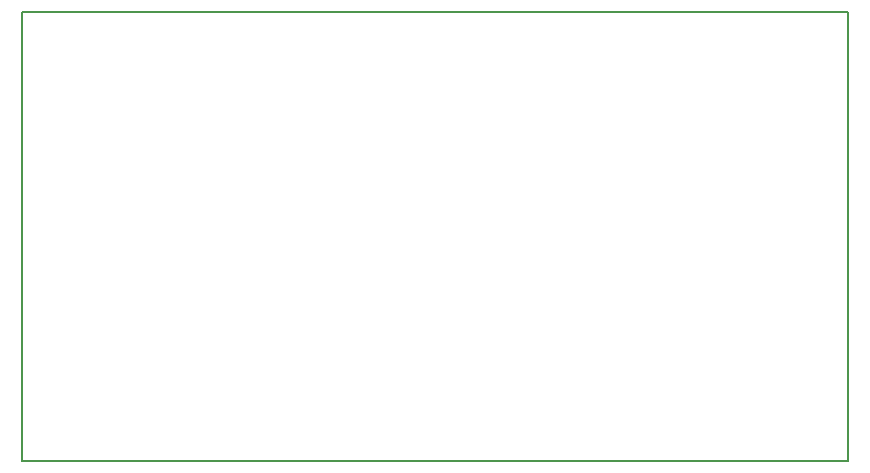
<source format=gbr>
G04 #@! TF.FileFunction,Profile,NP*
%FSLAX46Y46*%
G04 Gerber Fmt 4.6, Leading zero omitted, Abs format (unit mm)*
G04 Created by KiCad (PCBNEW 4.0.7-e2-6376~61~ubuntu18.04.1) date Thu Mar  7 01:25:06 2019*
%MOMM*%
%LPD*%
G01*
G04 APERTURE LIST*
%ADD10C,0.100000*%
%ADD11C,0.150000*%
G04 APERTURE END LIST*
D10*
D11*
X115000000Y-110000000D02*
X115000000Y-72000000D01*
X185000000Y-110000000D02*
X115000000Y-110000000D01*
X185000000Y-72000000D02*
X185000000Y-110000000D01*
X115000000Y-72000000D02*
X185000000Y-72000000D01*
M02*

</source>
